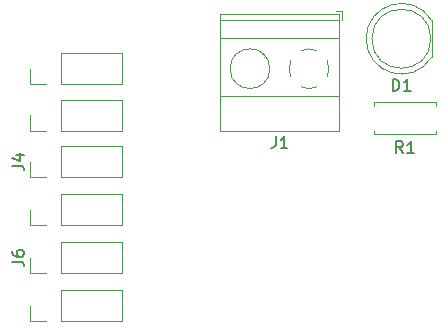
<source format=gbr>
%TF.GenerationSoftware,KiCad,Pcbnew,7.0.9*%
%TF.CreationDate,2024-02-26T09:47:16+09:00*%
%TF.ProjectId,240223_d0345_uno,32343032-3233-45f6-9430-3334355f756e,rev?*%
%TF.SameCoordinates,Original*%
%TF.FileFunction,Legend,Top*%
%TF.FilePolarity,Positive*%
%FSLAX46Y46*%
G04 Gerber Fmt 4.6, Leading zero omitted, Abs format (unit mm)*
G04 Created by KiCad (PCBNEW 7.0.9) date 2024-02-26 09:47:16*
%MOMM*%
%LPD*%
G01*
G04 APERTURE LIST*
%ADD10C,0.150000*%
%ADD11C,0.120000*%
G04 APERTURE END LIST*
D10*
X148523819Y-68151333D02*
X149238104Y-68151333D01*
X149238104Y-68151333D02*
X149380961Y-68198952D01*
X149380961Y-68198952D02*
X149476200Y-68294190D01*
X149476200Y-68294190D02*
X149523819Y-68437047D01*
X149523819Y-68437047D02*
X149523819Y-68532285D01*
X148857152Y-67246571D02*
X149523819Y-67246571D01*
X148476200Y-67484666D02*
X149190485Y-67722761D01*
X149190485Y-67722761D02*
X149190485Y-67103714D01*
X148523819Y-76279333D02*
X149238104Y-76279333D01*
X149238104Y-76279333D02*
X149380961Y-76326952D01*
X149380961Y-76326952D02*
X149476200Y-76422190D01*
X149476200Y-76422190D02*
X149523819Y-76565047D01*
X149523819Y-76565047D02*
X149523819Y-76660285D01*
X148523819Y-75374571D02*
X148523819Y-75565047D01*
X148523819Y-75565047D02*
X148571438Y-75660285D01*
X148571438Y-75660285D02*
X148619057Y-75707904D01*
X148619057Y-75707904D02*
X148761914Y-75803142D01*
X148761914Y-75803142D02*
X148952390Y-75850761D01*
X148952390Y-75850761D02*
X149333342Y-75850761D01*
X149333342Y-75850761D02*
X149428580Y-75803142D01*
X149428580Y-75803142D02*
X149476200Y-75755523D01*
X149476200Y-75755523D02*
X149523819Y-75660285D01*
X149523819Y-75660285D02*
X149523819Y-75469809D01*
X149523819Y-75469809D02*
X149476200Y-75374571D01*
X149476200Y-75374571D02*
X149428580Y-75326952D01*
X149428580Y-75326952D02*
X149333342Y-75279333D01*
X149333342Y-75279333D02*
X149095247Y-75279333D01*
X149095247Y-75279333D02*
X149000009Y-75326952D01*
X149000009Y-75326952D02*
X148952390Y-75374571D01*
X148952390Y-75374571D02*
X148904771Y-75469809D01*
X148904771Y-75469809D02*
X148904771Y-75660285D01*
X148904771Y-75660285D02*
X148952390Y-75755523D01*
X148952390Y-75755523D02*
X149000009Y-75803142D01*
X149000009Y-75803142D02*
X149095247Y-75850761D01*
X170826666Y-65658819D02*
X170826666Y-66373104D01*
X170826666Y-66373104D02*
X170779047Y-66515961D01*
X170779047Y-66515961D02*
X170683809Y-66611200D01*
X170683809Y-66611200D02*
X170540952Y-66658819D01*
X170540952Y-66658819D02*
X170445714Y-66658819D01*
X171826666Y-66658819D02*
X171255238Y-66658819D01*
X171540952Y-66658819D02*
X171540952Y-65658819D01*
X171540952Y-65658819D02*
X171445714Y-65801676D01*
X171445714Y-65801676D02*
X171350476Y-65896914D01*
X171350476Y-65896914D02*
X171255238Y-65944533D01*
X180744905Y-61818819D02*
X180744905Y-60818819D01*
X180744905Y-60818819D02*
X180983000Y-60818819D01*
X180983000Y-60818819D02*
X181125857Y-60866438D01*
X181125857Y-60866438D02*
X181221095Y-60961676D01*
X181221095Y-60961676D02*
X181268714Y-61056914D01*
X181268714Y-61056914D02*
X181316333Y-61247390D01*
X181316333Y-61247390D02*
X181316333Y-61390247D01*
X181316333Y-61390247D02*
X181268714Y-61580723D01*
X181268714Y-61580723D02*
X181221095Y-61675961D01*
X181221095Y-61675961D02*
X181125857Y-61771200D01*
X181125857Y-61771200D02*
X180983000Y-61818819D01*
X180983000Y-61818819D02*
X180744905Y-61818819D01*
X182268714Y-61818819D02*
X181697286Y-61818819D01*
X181983000Y-61818819D02*
X181983000Y-60818819D01*
X181983000Y-60818819D02*
X181887762Y-60961676D01*
X181887762Y-60961676D02*
X181792524Y-61056914D01*
X181792524Y-61056914D02*
X181697286Y-61104533D01*
X181610333Y-67089819D02*
X181277000Y-66613628D01*
X181038905Y-67089819D02*
X181038905Y-66089819D01*
X181038905Y-66089819D02*
X181419857Y-66089819D01*
X181419857Y-66089819D02*
X181515095Y-66137438D01*
X181515095Y-66137438D02*
X181562714Y-66185057D01*
X181562714Y-66185057D02*
X181610333Y-66280295D01*
X181610333Y-66280295D02*
X181610333Y-66423152D01*
X181610333Y-66423152D02*
X181562714Y-66518390D01*
X181562714Y-66518390D02*
X181515095Y-66566009D01*
X181515095Y-66566009D02*
X181419857Y-66613628D01*
X181419857Y-66613628D02*
X181038905Y-66613628D01*
X182562714Y-67089819D02*
X181991286Y-67089819D01*
X182277000Y-67089819D02*
X182277000Y-66089819D01*
X182277000Y-66089819D02*
X182181762Y-66232676D01*
X182181762Y-66232676D02*
X182086524Y-66327914D01*
X182086524Y-66327914D02*
X181991286Y-66375533D01*
D11*
%TO.C,J7*%
X150069000Y-81340000D02*
X150069000Y-80010000D01*
X151399000Y-81340000D02*
X150069000Y-81340000D01*
X152669000Y-81340000D02*
X157809000Y-81340000D01*
X152669000Y-81340000D02*
X152669000Y-78680000D01*
X157809000Y-81340000D02*
X157809000Y-78680000D01*
X152669000Y-78680000D02*
X157809000Y-78680000D01*
%TO.C,J4*%
X150069000Y-69148000D02*
X150069000Y-67818000D01*
X151399000Y-69148000D02*
X150069000Y-69148000D01*
X152669000Y-69148000D02*
X157809000Y-69148000D01*
X152669000Y-69148000D02*
X152669000Y-66488000D01*
X157809000Y-69148000D02*
X157809000Y-66488000D01*
X152669000Y-66488000D02*
X157809000Y-66488000D01*
%TO.C,J6*%
X150069000Y-77276000D02*
X150069000Y-75946000D01*
X151399000Y-77276000D02*
X150069000Y-77276000D01*
X152669000Y-77276000D02*
X157809000Y-77276000D01*
X152669000Y-77276000D02*
X152669000Y-74616000D01*
X157809000Y-77276000D02*
X157809000Y-74616000D01*
X152669000Y-74616000D02*
X157809000Y-74616000D01*
%TO.C,J3*%
X150054000Y-65211000D02*
X150054000Y-63881000D01*
X151384000Y-65211000D02*
X150054000Y-65211000D01*
X152654000Y-65211000D02*
X157794000Y-65211000D01*
X152654000Y-65211000D02*
X152654000Y-62551000D01*
X157794000Y-65211000D02*
X157794000Y-62551000D01*
X152654000Y-62551000D02*
X157794000Y-62551000D01*
%TO.C,J1*%
X176460000Y-55784000D02*
X176460000Y-55044000D01*
X176460000Y-55044000D02*
X175960000Y-55044000D01*
X176220000Y-65205000D02*
X176220000Y-55284000D01*
X176220000Y-65205000D02*
X166100000Y-65205000D01*
X176220000Y-62245000D02*
X166100000Y-62245000D01*
X176220000Y-57344000D02*
X166100000Y-57344000D01*
X176220000Y-55844000D02*
X166100000Y-55844000D01*
X176220000Y-55284000D02*
X166100000Y-55284000D01*
X169887000Y-58921000D02*
X169934000Y-58875000D01*
X169694000Y-58705000D02*
X169729000Y-58670000D01*
X167590000Y-61219000D02*
X167625000Y-61183000D01*
X167385000Y-61013000D02*
X167432000Y-60967000D01*
X166100000Y-65205000D02*
X166100000Y-55284000D01*
X175194999Y-60627999D02*
G75*
G03*
X175195426Y-59260958I-1534992J684000D01*
G01*
X172976001Y-61478999D02*
G75*
G03*
X174343042Y-61479426I684000J1534992D01*
G01*
X174344000Y-58409001D02*
G75*
G03*
X173631195Y-58263748I-683999J-1535000D01*
G01*
X173660000Y-58264001D02*
G75*
G03*
X172976682Y-58409245I0J-1679999D01*
G01*
X172125000Y-59260000D02*
G75*
G03*
X172124574Y-60627042I1535000J-684000D01*
G01*
X170340000Y-59944000D02*
G75*
G03*
X170340000Y-59944000I-1680000J0D01*
G01*
%TO.C,J5*%
X150069000Y-73212000D02*
X150069000Y-71882000D01*
X151399000Y-73212000D02*
X150069000Y-73212000D01*
X152669000Y-73212000D02*
X157809000Y-73212000D01*
X152669000Y-73212000D02*
X152669000Y-70552000D01*
X157809000Y-73212000D02*
X157809000Y-70552000D01*
X152669000Y-70552000D02*
X157809000Y-70552000D01*
%TO.C,J2*%
X150054000Y-61274000D02*
X150054000Y-59944000D01*
X151384000Y-61274000D02*
X150054000Y-61274000D01*
X152654000Y-61274000D02*
X157794000Y-61274000D01*
X152654000Y-61274000D02*
X152654000Y-58614000D01*
X157794000Y-61274000D02*
X157794000Y-58614000D01*
X152654000Y-58614000D02*
X157794000Y-58614000D01*
%TO.C,D1*%
X184043000Y-58949000D02*
X184043000Y-55859000D01*
X178493001Y-57403538D02*
G75*
G03*
X184042999Y-58948830I2989999J-462D01*
G01*
X184043000Y-55859170D02*
G75*
G03*
X178493000Y-57404462I-2560000J-1544830D01*
G01*
X183983000Y-57404000D02*
G75*
G03*
X183983000Y-57404000I-2500000J0D01*
G01*
%TO.C,R1*%
X184397000Y-65505000D02*
X184397000Y-65190000D01*
X184397000Y-65505000D02*
X179157000Y-65505000D01*
X184397000Y-63080000D02*
X184397000Y-62765000D01*
X184397000Y-62765000D02*
X179157000Y-62765000D01*
X179157000Y-65505000D02*
X179157000Y-65190000D01*
X179157000Y-63080000D02*
X179157000Y-62765000D01*
%TD*%
M02*

</source>
